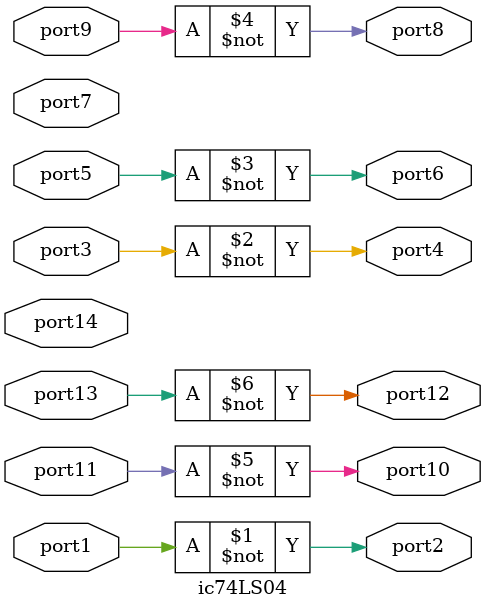
<source format=v>
module ic74LS04(
input wire port1,
output wire port2,
input wire port3,
output wire port4,
input wire port5,
output wire port6,
input wire port7,
output wire port8,
input wire port9,
output wire port10,
input wire port11,
output wire port12,
input wire port13,
input wire port14
);

assign port2 = ~port1;
assign port4 = ~port3;
assign port6 = ~port5;
assign port8 = ~port9;
assign port10 = ~port11;
assign port12 = ~port13;

endmodule
</source>
